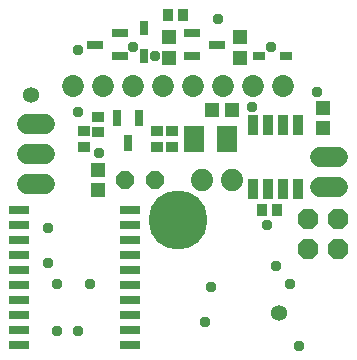
<source format=gbs>
G04 EAGLE Gerber RS-274X export*
G75*
%MOMM*%
%FSLAX34Y34*%
%LPD*%
%INSoldermask Bottom*%
%IPPOS*%
%AMOC8*
5,1,8,0,0,1.08239X$1,22.5*%
G01*
%ADD10C,3.203200*%
%ADD11C,5.000000*%
%ADD12C,1.355200*%
%ADD13R,1.303200X1.203200*%
%ADD14R,1.203200X1.303200*%
%ADD15R,0.703200X1.203200*%
%ADD16R,0.853200X1.731200*%
%ADD17P,1.649562X8X22.500000*%
%ADD18C,1.883200*%
%ADD19R,1.453200X0.803200*%
%ADD20R,1.103200X0.903200*%
%ADD21R,1.803200X2.203200*%
%ADD22R,0.903200X1.103200*%
%ADD23R,1.043200X0.663200*%
%ADD24C,1.853200*%
%ADD25C,1.727200*%
%ADD26P,1.869504X8X292.500000*%
%ADD27R,1.803400X0.762000*%
%ADD28R,0.803200X1.453200*%
%ADD29C,0.959600*%


D10*
X0Y121500D03*
D11*
X0Y121500D03*
D12*
X85000Y42500D03*
X-125000Y227500D03*
D13*
X29000Y215000D03*
X46000Y215000D03*
D14*
X122500Y199000D03*
X122500Y216000D03*
X-67500Y146500D03*
X-67500Y163500D03*
X-7500Y276000D03*
X-7500Y259000D03*
X52500Y259000D03*
X52500Y276000D03*
D15*
X-28900Y260100D03*
X-28900Y284100D03*
D16*
X101550Y147890D03*
X88850Y147890D03*
X76150Y147890D03*
X63450Y147890D03*
X63450Y202110D03*
X76150Y202110D03*
X88850Y202110D03*
X101550Y202110D03*
D17*
X-45200Y155000D03*
X-19800Y155000D03*
D18*
X19800Y155000D03*
X45200Y155000D03*
D19*
X-49500Y279550D03*
X-49500Y260450D03*
X-70500Y270000D03*
D20*
X-5000Y183500D03*
X-5000Y196500D03*
D21*
X41500Y190000D03*
X13500Y190000D03*
D20*
X-17500Y183500D03*
X-17500Y196500D03*
X-80000Y183500D03*
X-80000Y196500D03*
D22*
X71000Y130000D03*
X84000Y130000D03*
X4000Y295000D03*
X-9000Y295000D03*
D23*
X91500Y260000D03*
X68500Y260000D03*
D19*
X12000Y260500D03*
X12000Y279500D03*
X33000Y270000D03*
D24*
X-88900Y235000D03*
X-63500Y235000D03*
X-38100Y235000D03*
X-12700Y235000D03*
X12700Y235000D03*
X38100Y235000D03*
X63500Y235000D03*
X88900Y235000D03*
D25*
X119880Y149800D02*
X135120Y149800D01*
X135120Y175200D02*
X119880Y175200D01*
D26*
X109800Y122700D03*
X135200Y122700D03*
X109800Y97300D03*
X135200Y97300D03*
D27*
X-40383Y129650D03*
X-40383Y116950D03*
X-40383Y104250D03*
X-40383Y91550D03*
X-40383Y78850D03*
X-40383Y66150D03*
X-40383Y53450D03*
X-40383Y40750D03*
X-40383Y28050D03*
X-40383Y15350D03*
X-134617Y15350D03*
X-134617Y28050D03*
X-134617Y40750D03*
X-134617Y53450D03*
X-134617Y66150D03*
X-134617Y78850D03*
X-134617Y91550D03*
X-134617Y104250D03*
X-134617Y116950D03*
X-134617Y129650D03*
D25*
X-127620Y202900D02*
X-112380Y202900D01*
X-112380Y177500D02*
X-127620Y177500D01*
X-127620Y152100D02*
X-112380Y152100D01*
D20*
X-67500Y209000D03*
X-67500Y196000D03*
D28*
X-52050Y208000D03*
X-32950Y208000D03*
X-42500Y187000D03*
D29*
X62500Y217500D03*
X117500Y230000D03*
X78963Y268095D03*
X33782Y291705D03*
X-66787Y178218D03*
X-84718Y212500D03*
X27500Y65000D03*
X22500Y35282D03*
X102500Y15000D03*
X-85000Y27500D03*
X-102500Y27500D03*
X-102782Y67500D03*
X-85000Y265000D03*
X-75000Y67500D03*
X94718Y67500D03*
X75000Y117500D03*
X82500Y82500D03*
X-110282Y85000D03*
X-110000Y115000D03*
X-19282Y260000D03*
X-38046Y268046D03*
M02*

</source>
